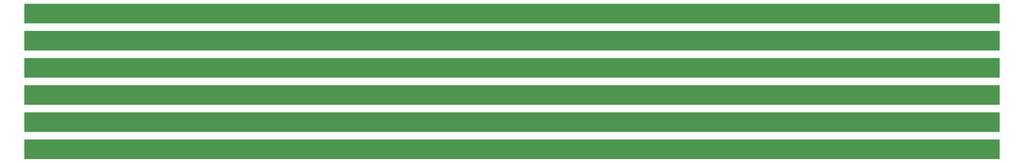
<source format=gbr>
G04 EAGLE Gerber RS-274X export*
G75*
%MOMM*%
%FSLAX34Y34*%
%LPD*%
%INCarbon Ink*%
%IPPOS*%
%AMOC8*
5,1,8,0,0,1.08239X$1,22.5*%
G01*

G36*
X5538520Y764171D02*
X5538520Y764171D01*
X5538571Y764173D01*
X5538603Y764191D01*
X5538639Y764199D01*
X5538678Y764232D01*
X5538723Y764256D01*
X5538744Y764286D01*
X5538772Y764309D01*
X5538793Y764356D01*
X5538823Y764398D01*
X5538831Y764440D01*
X5538843Y764468D01*
X5538842Y764498D01*
X5538850Y764540D01*
X5538850Y873760D01*
X5538839Y873810D01*
X5538837Y873861D01*
X5538819Y873893D01*
X5538811Y873929D01*
X5538778Y873968D01*
X5538754Y874013D01*
X5538724Y874034D01*
X5538701Y874062D01*
X5538654Y874083D01*
X5538612Y874113D01*
X5538570Y874121D01*
X5538542Y874133D01*
X5538512Y874132D01*
X5538470Y874140D01*
X77470Y874140D01*
X77420Y874129D01*
X77369Y874127D01*
X77337Y874109D01*
X77301Y874101D01*
X77262Y874068D01*
X77217Y874044D01*
X77196Y874014D01*
X77168Y873991D01*
X77147Y873944D01*
X77117Y873902D01*
X77109Y873860D01*
X77097Y873832D01*
X77098Y873802D01*
X77090Y873760D01*
X77090Y764540D01*
X77101Y764490D01*
X77103Y764439D01*
X77121Y764407D01*
X77129Y764371D01*
X77162Y764332D01*
X77186Y764287D01*
X77216Y764266D01*
X77239Y764238D01*
X77286Y764217D01*
X77328Y764187D01*
X77370Y764179D01*
X77398Y764167D01*
X77428Y764168D01*
X77470Y764160D01*
X5538470Y764160D01*
X5538520Y764171D01*
G37*
G36*
X5538520Y611771D02*
X5538520Y611771D01*
X5538571Y611773D01*
X5538603Y611791D01*
X5538639Y611799D01*
X5538678Y611832D01*
X5538723Y611856D01*
X5538744Y611886D01*
X5538772Y611909D01*
X5538793Y611956D01*
X5538823Y611998D01*
X5538831Y612040D01*
X5538843Y612068D01*
X5538842Y612098D01*
X5538850Y612140D01*
X5538850Y721360D01*
X5538839Y721410D01*
X5538837Y721461D01*
X5538819Y721493D01*
X5538811Y721529D01*
X5538778Y721568D01*
X5538754Y721613D01*
X5538724Y721634D01*
X5538701Y721662D01*
X5538654Y721683D01*
X5538612Y721713D01*
X5538570Y721721D01*
X5538542Y721733D01*
X5538512Y721732D01*
X5538470Y721740D01*
X77470Y721740D01*
X77420Y721729D01*
X77369Y721727D01*
X77337Y721709D01*
X77301Y721701D01*
X77262Y721668D01*
X77217Y721644D01*
X77196Y721614D01*
X77168Y721591D01*
X77147Y721544D01*
X77117Y721502D01*
X77109Y721460D01*
X77097Y721432D01*
X77098Y721402D01*
X77090Y721360D01*
X77090Y612140D01*
X77101Y612090D01*
X77103Y612039D01*
X77121Y612007D01*
X77129Y611971D01*
X77162Y611932D01*
X77186Y611887D01*
X77216Y611866D01*
X77239Y611838D01*
X77286Y611817D01*
X77328Y611787D01*
X77370Y611779D01*
X77398Y611767D01*
X77428Y611768D01*
X77470Y611760D01*
X5538470Y611760D01*
X5538520Y611771D01*
G37*
G36*
X5538520Y459371D02*
X5538520Y459371D01*
X5538571Y459373D01*
X5538603Y459391D01*
X5538639Y459399D01*
X5538678Y459432D01*
X5538723Y459456D01*
X5538744Y459486D01*
X5538772Y459509D01*
X5538793Y459556D01*
X5538823Y459598D01*
X5538831Y459640D01*
X5538843Y459668D01*
X5538842Y459698D01*
X5538850Y459740D01*
X5538850Y568960D01*
X5538839Y569010D01*
X5538837Y569061D01*
X5538819Y569093D01*
X5538811Y569129D01*
X5538778Y569168D01*
X5538754Y569213D01*
X5538724Y569234D01*
X5538701Y569262D01*
X5538654Y569283D01*
X5538612Y569313D01*
X5538570Y569321D01*
X5538542Y569333D01*
X5538512Y569332D01*
X5538470Y569340D01*
X77470Y569340D01*
X77420Y569329D01*
X77369Y569327D01*
X77337Y569309D01*
X77301Y569301D01*
X77262Y569268D01*
X77217Y569244D01*
X77196Y569214D01*
X77168Y569191D01*
X77147Y569144D01*
X77117Y569102D01*
X77109Y569060D01*
X77097Y569032D01*
X77098Y569002D01*
X77090Y568960D01*
X77090Y459740D01*
X77101Y459690D01*
X77103Y459639D01*
X77121Y459607D01*
X77129Y459571D01*
X77162Y459532D01*
X77186Y459487D01*
X77216Y459466D01*
X77239Y459438D01*
X77286Y459417D01*
X77328Y459387D01*
X77370Y459379D01*
X77398Y459367D01*
X77428Y459368D01*
X77470Y459360D01*
X5538470Y459360D01*
X5538520Y459371D01*
G37*
G36*
X5538520Y306971D02*
X5538520Y306971D01*
X5538571Y306973D01*
X5538603Y306991D01*
X5538639Y306999D01*
X5538678Y307032D01*
X5538723Y307056D01*
X5538744Y307086D01*
X5538772Y307109D01*
X5538793Y307156D01*
X5538823Y307198D01*
X5538831Y307240D01*
X5538843Y307268D01*
X5538842Y307298D01*
X5538850Y307340D01*
X5538850Y416560D01*
X5538839Y416610D01*
X5538837Y416661D01*
X5538819Y416693D01*
X5538811Y416729D01*
X5538778Y416768D01*
X5538754Y416813D01*
X5538724Y416834D01*
X5538701Y416862D01*
X5538654Y416883D01*
X5538612Y416913D01*
X5538570Y416921D01*
X5538542Y416933D01*
X5538512Y416932D01*
X5538470Y416940D01*
X77470Y416940D01*
X77420Y416929D01*
X77369Y416927D01*
X77337Y416909D01*
X77301Y416901D01*
X77262Y416868D01*
X77217Y416844D01*
X77196Y416814D01*
X77168Y416791D01*
X77147Y416744D01*
X77117Y416702D01*
X77109Y416660D01*
X77097Y416632D01*
X77098Y416602D01*
X77090Y416560D01*
X77090Y307340D01*
X77101Y307290D01*
X77103Y307239D01*
X77121Y307207D01*
X77129Y307171D01*
X77162Y307132D01*
X77186Y307087D01*
X77216Y307066D01*
X77239Y307038D01*
X77286Y307017D01*
X77328Y306987D01*
X77370Y306979D01*
X77398Y306967D01*
X77428Y306968D01*
X77470Y306960D01*
X5538470Y306960D01*
X5538520Y306971D01*
G37*
G36*
X5538520Y154571D02*
X5538520Y154571D01*
X5538571Y154573D01*
X5538603Y154591D01*
X5538639Y154599D01*
X5538678Y154632D01*
X5538723Y154656D01*
X5538744Y154686D01*
X5538772Y154709D01*
X5538793Y154756D01*
X5538823Y154798D01*
X5538831Y154840D01*
X5538843Y154868D01*
X5538842Y154898D01*
X5538850Y154940D01*
X5538850Y264160D01*
X5538839Y264210D01*
X5538837Y264261D01*
X5538819Y264293D01*
X5538811Y264329D01*
X5538778Y264368D01*
X5538754Y264413D01*
X5538724Y264434D01*
X5538701Y264462D01*
X5538654Y264483D01*
X5538612Y264513D01*
X5538570Y264521D01*
X5538542Y264533D01*
X5538512Y264532D01*
X5538470Y264540D01*
X77470Y264540D01*
X77420Y264529D01*
X77369Y264527D01*
X77337Y264509D01*
X77301Y264501D01*
X77262Y264468D01*
X77217Y264444D01*
X77196Y264414D01*
X77168Y264391D01*
X77147Y264344D01*
X77117Y264302D01*
X77109Y264260D01*
X77097Y264232D01*
X77098Y264202D01*
X77090Y264160D01*
X77090Y154940D01*
X77101Y154890D01*
X77103Y154839D01*
X77121Y154807D01*
X77129Y154771D01*
X77162Y154732D01*
X77186Y154687D01*
X77216Y154666D01*
X77239Y154638D01*
X77286Y154617D01*
X77328Y154587D01*
X77370Y154579D01*
X77398Y154567D01*
X77428Y154568D01*
X77470Y154560D01*
X5538470Y154560D01*
X5538520Y154571D01*
G37*
G36*
X5538520Y2171D02*
X5538520Y2171D01*
X5538571Y2173D01*
X5538603Y2191D01*
X5538639Y2199D01*
X5538678Y2232D01*
X5538723Y2256D01*
X5538744Y2286D01*
X5538772Y2309D01*
X5538793Y2356D01*
X5538823Y2398D01*
X5538831Y2440D01*
X5538843Y2468D01*
X5538842Y2498D01*
X5538850Y2540D01*
X5538850Y111760D01*
X5538839Y111810D01*
X5538837Y111861D01*
X5538819Y111893D01*
X5538811Y111929D01*
X5538778Y111968D01*
X5538754Y112013D01*
X5538724Y112034D01*
X5538701Y112062D01*
X5538654Y112083D01*
X5538612Y112113D01*
X5538570Y112121D01*
X5538542Y112133D01*
X5538512Y112132D01*
X5538470Y112140D01*
X77470Y112140D01*
X77420Y112129D01*
X77369Y112127D01*
X77337Y112109D01*
X77301Y112101D01*
X77262Y112068D01*
X77217Y112044D01*
X77196Y112014D01*
X77168Y111991D01*
X77147Y111944D01*
X77117Y111902D01*
X77109Y111860D01*
X77097Y111832D01*
X77098Y111802D01*
X77090Y111760D01*
X77090Y2540D01*
X77101Y2490D01*
X77103Y2439D01*
X77121Y2407D01*
X77129Y2371D01*
X77162Y2332D01*
X77186Y2287D01*
X77216Y2266D01*
X77239Y2238D01*
X77286Y2217D01*
X77328Y2187D01*
X77370Y2179D01*
X77398Y2167D01*
X77428Y2168D01*
X77470Y2160D01*
X5538470Y2160D01*
X5538520Y2171D01*
G37*
M02*

</source>
